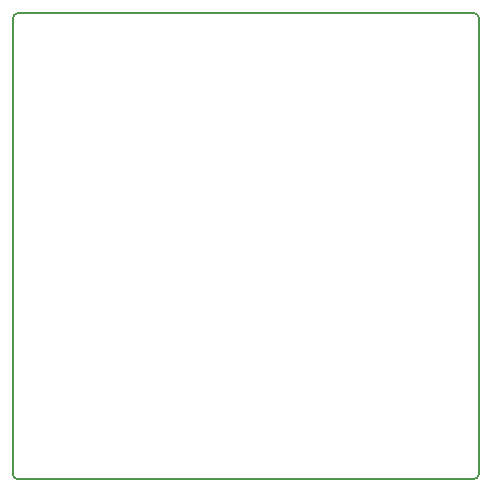
<source format=gm1>
%TF.GenerationSoftware,KiCad,Pcbnew,5.99.0-unknown-652a59b78~104~ubuntu20.04.1*%
%TF.CreationDate,2020-09-21T15:47:38+02:00*%
%TF.ProjectId,LEDBoard_4x4_16bit,4c454442-6f61-4726-945f-3478345f3136,4.0.0*%
%TF.SameCoordinates,Original*%
%TF.FileFunction,Profile,NP*%
%FSLAX46Y46*%
G04 Gerber Fmt 4.6, Leading zero omitted, Abs format (unit mm)*
G04 Created by KiCad (PCBNEW 5.99.0-unknown-652a59b78~104~ubuntu20.04.1) date 2020-09-21 15:47:38*
%MOMM*%
%LPD*%
G01*
G04 APERTURE LIST*
%TA.AperFunction,Profile*%
%ADD10C,0.150000*%
%TD*%
G04 APERTURE END LIST*
D10*
X89750000Y-50500000D02*
X89750000Y-89000000D01*
X89250000Y-50000000D02*
G75*
G02*
X89750000Y-50500000I0J-500000D01*
G01*
X50750000Y-50000000D02*
X89250000Y-50000000D01*
X50250000Y-89000000D02*
X50250000Y-50500000D01*
X89250000Y-89500000D02*
X50750000Y-89500000D01*
X89750000Y-89000000D02*
G75*
G02*
X89250000Y-89500000I-500000J0D01*
G01*
X50250000Y-50500000D02*
G75*
G02*
X50750000Y-50000000I500000J0D01*
G01*
X50750000Y-89500000D02*
G75*
G02*
X50250000Y-89000000I0J500000D01*
G01*
M02*

</source>
